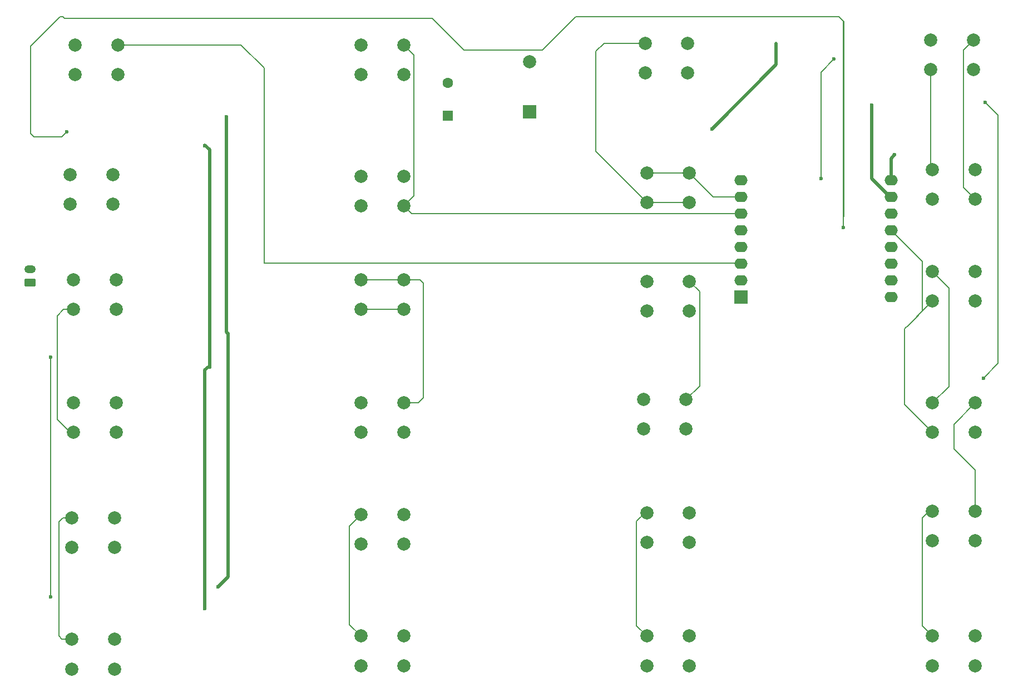
<source format=gbr>
%TF.GenerationSoftware,KiCad,Pcbnew,9.0.3-9.0.3-0~ubuntu24.04.1*%
%TF.CreationDate,2025-09-29T22:24:14+02:00*%
%TF.ProjectId,ColorMemo,436f6c6f-724d-4656-9d6f-2e6b69636164,rev?*%
%TF.SameCoordinates,Original*%
%TF.FileFunction,Copper,L2,Bot*%
%TF.FilePolarity,Positive*%
%FSLAX46Y46*%
G04 Gerber Fmt 4.6, Leading zero omitted, Abs format (unit mm)*
G04 Created by KiCad (PCBNEW 9.0.3-9.0.3-0~ubuntu24.04.1) date 2025-09-29 22:24:14*
%MOMM*%
%LPD*%
G01*
G04 APERTURE LIST*
G04 Aperture macros list*
%AMRoundRect*
0 Rectangle with rounded corners*
0 $1 Rounding radius*
0 $2 $3 $4 $5 $6 $7 $8 $9 X,Y pos of 4 corners*
0 Add a 4 corners polygon primitive as box body*
4,1,4,$2,$3,$4,$5,$6,$7,$8,$9,$2,$3,0*
0 Add four circle primitives for the rounded corners*
1,1,$1+$1,$2,$3*
1,1,$1+$1,$4,$5*
1,1,$1+$1,$6,$7*
1,1,$1+$1,$8,$9*
0 Add four rect primitives between the rounded corners*
20,1,$1+$1,$2,$3,$4,$5,0*
20,1,$1+$1,$4,$5,$6,$7,0*
20,1,$1+$1,$6,$7,$8,$9,0*
20,1,$1+$1,$8,$9,$2,$3,0*%
G04 Aperture macros list end*
%TA.AperFunction,ComponentPad*%
%ADD10RoundRect,0.250000X0.625000X-0.350000X0.625000X0.350000X-0.625000X0.350000X-0.625000X-0.350000X0*%
%TD*%
%TA.AperFunction,ComponentPad*%
%ADD11O,1.750000X1.200000*%
%TD*%
%TA.AperFunction,ComponentPad*%
%ADD12C,2.000000*%
%TD*%
%TA.AperFunction,ComponentPad*%
%ADD13R,2.000000X2.000000*%
%TD*%
%TA.AperFunction,ComponentPad*%
%ADD14O,2.000000X1.600000*%
%TD*%
%TA.AperFunction,ComponentPad*%
%ADD15RoundRect,0.250000X0.550000X-0.550000X0.550000X0.550000X-0.550000X0.550000X-0.550000X-0.550000X0*%
%TD*%
%TA.AperFunction,ComponentPad*%
%ADD16C,1.600000*%
%TD*%
%TA.AperFunction,ViaPad*%
%ADD17C,0.600000*%
%TD*%
%TA.AperFunction,Conductor*%
%ADD18C,0.500000*%
%TD*%
%TA.AperFunction,Conductor*%
%ADD19C,0.200000*%
%TD*%
G04 APERTURE END LIST*
D10*
%TO.P,J1,1,Pin_1*%
%TO.N,VCC*%
X52000000Y-90000000D03*
D11*
%TO.P,J1,2,Pin_2*%
%TO.N,GND*%
X52000000Y-88000000D03*
%TD*%
D12*
%TO.P,SW16,1,1*%
%TO.N,/MUL_COL_3*%
X189350000Y-108300000D03*
X195850000Y-108300000D03*
%TO.P,SW16,2,2*%
%TO.N,/MUL_ROW_1*%
X189350000Y-112800000D03*
X195850000Y-112800000D03*
%TD*%
%TO.P,SW17,1,1*%
%TO.N,/MUL_COL_0*%
X58350000Y-125800000D03*
X64850000Y-125800000D03*
%TO.P,SW17,2,2*%
%TO.N,/MUL_ROW_2*%
X58350000Y-130300000D03*
X64850000Y-130300000D03*
%TD*%
%TO.P,SW11,1,1*%
%TO.N,/MUL_COL_1*%
X102350000Y-89550000D03*
X108850000Y-89550000D03*
%TO.P,SW11,2,2*%
%TO.N,/MUL_ROW_1*%
X102350000Y-94050000D03*
X108850000Y-94050000D03*
%TD*%
%TO.P,SW12,1,1*%
%TO.N,/MUL_COL_1*%
X102350000Y-108300000D03*
X108850000Y-108300000D03*
%TO.P,SW12,2,2*%
%TO.N,/MUL_ROW_1*%
X102350000Y-112800000D03*
X108850000Y-112800000D03*
%TD*%
%TO.P,SW10,1,1*%
%TO.N,/MUL_COL_0*%
X58600000Y-108300000D03*
X65100000Y-108300000D03*
%TO.P,SW10,2,2*%
%TO.N,/MUL_ROW_1*%
X58600000Y-112800000D03*
X65100000Y-112800000D03*
%TD*%
%TO.P,SW3,1,1*%
%TO.N,/MUL_COL_2*%
X145600000Y-53550000D03*
X152100000Y-53550000D03*
%TO.P,SW3,2,2*%
%TO.N,/MUL_ROW_0*%
X145600000Y-58050000D03*
X152100000Y-58050000D03*
%TD*%
%TO.P,SW15,1,1*%
%TO.N,/MUL_COL_3*%
X189350000Y-88300000D03*
X195850000Y-88300000D03*
%TO.P,SW15,2,2*%
%TO.N,/MUL_ROW_1*%
X189350000Y-92800000D03*
X195850000Y-92800000D03*
%TD*%
%TO.P,SW19,1,1*%
%TO.N,/MUL_COL_1*%
X102350000Y-125300000D03*
X108850000Y-125300000D03*
%TO.P,SW19,2,2*%
%TO.N,/MUL_ROW_2*%
X102350000Y-129800000D03*
X108850000Y-129800000D03*
%TD*%
%TO.P,SW13,1,1*%
%TO.N,/MUL_COL_2*%
X145850000Y-89800000D03*
X152350000Y-89800000D03*
%TO.P,SW13,2,2*%
%TO.N,/MUL_ROW_1*%
X145850000Y-94300000D03*
X152350000Y-94300000D03*
%TD*%
%TO.P,SW23,1,1*%
%TO.N,/MUL_COL_3*%
X189350000Y-124800000D03*
X195850000Y-124800000D03*
%TO.P,SW23,2,2*%
%TO.N,/MUL_ROW_2*%
X189350000Y-129300000D03*
X195850000Y-129300000D03*
%TD*%
%TO.P,SW20,1,1*%
%TO.N,/MUL_COL_1*%
X102350000Y-143800000D03*
X108850000Y-143800000D03*
%TO.P,SW20,2,2*%
%TO.N,/MUL_ROW_2*%
X102350000Y-148300000D03*
X108850000Y-148300000D03*
%TD*%
%TO.P,SW22,1,1*%
%TO.N,/MUL_COL_2*%
X145850000Y-143800000D03*
X152350000Y-143800000D03*
%TO.P,SW22,2,2*%
%TO.N,/MUL_ROW_2*%
X145850000Y-148300000D03*
X152350000Y-148300000D03*
%TD*%
%TO.P,SW14,1,1*%
%TO.N,/MUL_COL_2*%
X145350000Y-107800000D03*
X151850000Y-107800000D03*
%TO.P,SW14,2,2*%
%TO.N,/MUL_ROW_1*%
X145350000Y-112300000D03*
X151850000Y-112300000D03*
%TD*%
%TO.P,SW4,1,1*%
%TO.N,/MUL_COL_3*%
X189100000Y-53050000D03*
X195600000Y-53050000D03*
%TO.P,SW4,2,2*%
%TO.N,/MUL_ROW_0*%
X189100000Y-57550000D03*
X195600000Y-57550000D03*
%TD*%
%TO.P,SW9,1,1*%
%TO.N,/MUL_COL_0*%
X58600000Y-89550000D03*
X65100000Y-89550000D03*
%TO.P,SW9,2,2*%
%TO.N,/MUL_ROW_1*%
X58600000Y-94050000D03*
X65100000Y-94050000D03*
%TD*%
%TO.P,SW5,1,1*%
%TO.N,/MUL_COL_0*%
X64600000Y-78050000D03*
X58100000Y-78050000D03*
%TO.P,SW5,2,2*%
%TO.N,/MUL_ROW_0*%
X64600000Y-73550000D03*
X58100000Y-73550000D03*
%TD*%
%TO.P,SW2,1,1*%
%TO.N,/MUL_COL_1*%
X102350000Y-53800000D03*
X108850000Y-53800000D03*
%TO.P,SW2,2,2*%
%TO.N,/MUL_ROW_0*%
X102350000Y-58300000D03*
X108850000Y-58300000D03*
%TD*%
%TO.P,SW24,1,1*%
%TO.N,/MUL_COL_3*%
X189350000Y-143800000D03*
X195850000Y-143800000D03*
%TO.P,SW24,2,2*%
%TO.N,/MUL_ROW_2*%
X189350000Y-148300000D03*
X195850000Y-148300000D03*
%TD*%
%TO.P,SW8,1,1*%
%TO.N,/MUL_COL_3*%
X195850000Y-77300000D03*
X189350000Y-77300000D03*
%TO.P,SW8,2,2*%
%TO.N,/MUL_ROW_0*%
X195850000Y-72800000D03*
X189350000Y-72800000D03*
%TD*%
%TO.P,SW6,1,1*%
%TO.N,/MUL_COL_1*%
X108850000Y-78300000D03*
X102350000Y-78300000D03*
%TO.P,SW6,2,2*%
%TO.N,/MUL_ROW_0*%
X108850000Y-73800000D03*
X102350000Y-73800000D03*
%TD*%
%TO.P,SW21,1,1*%
%TO.N,/MUL_COL_2*%
X145850000Y-125050000D03*
X152350000Y-125050000D03*
%TO.P,SW21,2,2*%
%TO.N,/MUL_ROW_2*%
X145850000Y-129550000D03*
X152350000Y-129550000D03*
%TD*%
%TO.P,SW7,1,1*%
%TO.N,/MUL_COL_2*%
X152350000Y-77800000D03*
X145850000Y-77800000D03*
%TO.P,SW7,2,2*%
%TO.N,/MUL_ROW_0*%
X152350000Y-73300000D03*
X145850000Y-73300000D03*
%TD*%
%TO.P,SW18,1,1*%
%TO.N,/MUL_COL_0*%
X58350000Y-144300000D03*
X64850000Y-144300000D03*
%TO.P,SW18,2,2*%
%TO.N,/MUL_ROW_2*%
X58350000Y-148800000D03*
X64850000Y-148800000D03*
%TD*%
%TO.P,SW1,1,1*%
%TO.N,/MUL_COL_0*%
X58850000Y-53800000D03*
X65350000Y-53800000D03*
%TO.P,SW1,2,2*%
%TO.N,/MUL_ROW_0*%
X58850000Y-58300000D03*
X65350000Y-58300000D03*
%TD*%
D13*
%TO.P,U1,1,~{RST}*%
%TO.N,unconnected-(U1-~{RST}-Pad1)*%
X160155000Y-92190000D03*
D14*
%TO.P,U1,2,A0*%
%TO.N,unconnected-(U1-A0-Pad2)*%
X160155000Y-89650000D03*
%TO.P,U1,3,D0*%
%TO.N,/MUL_COL_0*%
X160155000Y-87110000D03*
%TO.P,U1,4,SCK/D5*%
%TO.N,/MUL_COL_3*%
X160155000Y-84570000D03*
%TO.P,U1,5,MISO/D6*%
%TO.N,/MUL_COL_2*%
X160155000Y-82030000D03*
%TO.P,U1,6,MOSI/D7*%
%TO.N,/MUL_COL_1*%
X160155000Y-79490000D03*
%TO.P,U1,7,CS/D8*%
%TO.N,/MUL_ROW_0*%
X160155000Y-76950000D03*
%TO.P,U1,8,3V3*%
%TO.N,VDD*%
X160155000Y-74410000D03*
%TO.P,U1,9,5V*%
%TO.N,VCC*%
X183015000Y-74410000D03*
%TO.P,U1,10,GND*%
%TO.N,GND*%
X183015000Y-76950000D03*
%TO.P,U1,11,D4*%
%TO.N,/MUL_ROW_2*%
X183015000Y-79490000D03*
%TO.P,U1,12,D3*%
%TO.N,/MUL_ROW_1*%
X183015000Y-82030000D03*
%TO.P,U1,13,SDA/D2*%
%TO.N,Net-(U1-SDA{slash}D2)*%
X183015000Y-84570000D03*
%TO.P,U1,14,SCL/D1*%
%TO.N,Net-(U1-SCL{slash}D1)*%
X183015000Y-87110000D03*
%TO.P,U1,15,RX*%
%TO.N,unconnected-(U1-RX-Pad15)*%
X183015000Y-89650000D03*
%TO.P,U1,16,TX*%
%TO.N,unconnected-(U1-TX-Pad16)*%
X183015000Y-92190000D03*
%TD*%
D13*
%TO.P,BZ1,1,+*%
%TO.N,VCC*%
X128000000Y-64000000D03*
D12*
%TO.P,BZ1,2,-*%
%TO.N,Net-(BZ1--)*%
X128000000Y-56400000D03*
%TD*%
D15*
%TO.P,C13,1*%
%TO.N,VCC*%
X115600000Y-64600000D03*
D16*
%TO.P,C13,2*%
%TO.N,GND*%
X115600000Y-59600000D03*
%TD*%
D17*
%TO.N,VCC*%
X78600000Y-69151000D03*
X155750000Y-66600000D03*
X78600000Y-139600000D03*
X79350000Y-102850000D03*
X183600000Y-70550000D03*
%TO.N,Net-(D1-DIN)*%
X175800000Y-81600000D03*
X57600000Y-67050000D03*
%TO.N,GND*%
X81850000Y-64800000D03*
X180100000Y-62999000D03*
X80600000Y-136300000D03*
X82100000Y-97800000D03*
%TO.N,Net-(D4-DOUT)*%
X197350000Y-62550000D03*
X197100000Y-104550000D03*
%TO.N,Net-(D8-DOUT)*%
X55100000Y-137800000D03*
X55100000Y-101300000D03*
%TO.N,Net-(Q1-G)*%
X172350000Y-74200000D03*
X174350000Y-56000000D03*
%TD*%
D18*
%TO.N,VCC*%
X78600000Y-103300000D02*
X79050000Y-102850000D01*
X78600000Y-139600000D02*
X78600000Y-103300000D01*
X79350000Y-102850000D02*
X79350000Y-69800000D01*
X183015000Y-71135000D02*
X183600000Y-70550000D01*
X155750000Y-66600000D02*
X165550000Y-56800000D01*
X183015000Y-74410000D02*
X183015000Y-71135000D01*
X78600000Y-69050000D02*
X78600000Y-69151000D01*
X79350000Y-69800000D02*
X78600000Y-69050000D01*
X79050000Y-102850000D02*
X79350000Y-102850000D01*
X165550000Y-56800000D02*
X165550000Y-53600000D01*
D19*
%TO.N,Net-(D1-DIN)*%
X56600000Y-49550000D02*
X52100000Y-54050000D01*
X175800000Y-50350000D02*
X175850000Y-50300000D01*
X175100000Y-49550000D02*
X135050000Y-49550000D01*
X118000000Y-54600000D02*
X113200000Y-49800000D01*
X52100000Y-54050000D02*
X52100000Y-67300000D01*
X56950000Y-49550000D02*
X56600000Y-49550000D01*
X135050000Y-49550000D02*
X130000000Y-54600000D01*
X130000000Y-54600000D02*
X118000000Y-54600000D01*
X113200000Y-49800000D02*
X57200000Y-49800000D01*
X56850000Y-67800000D02*
X57600000Y-67050000D01*
X52600000Y-67800000D02*
X56850000Y-67800000D01*
X175850000Y-50300000D02*
X175100000Y-49550000D01*
X175850000Y-79945000D02*
X175850000Y-50300000D01*
X52100000Y-67300000D02*
X52600000Y-67800000D01*
X175800000Y-81600000D02*
X175800000Y-50350000D01*
X57200000Y-49800000D02*
X56950000Y-49550000D01*
D18*
%TO.N,GND*%
X82100000Y-134800000D02*
X82100000Y-97800000D01*
X81850000Y-64800000D02*
X81850000Y-97550000D01*
X182850000Y-76950000D02*
X180100000Y-74200000D01*
X183015000Y-76950000D02*
X182850000Y-76950000D01*
X180100000Y-74200000D02*
X180100000Y-63050000D01*
X81850000Y-97550000D02*
X82100000Y-97800000D01*
X80600000Y-136300000D02*
X82100000Y-134800000D01*
D19*
%TO.N,Net-(D4-DOUT)*%
X197350000Y-62550000D02*
X199350000Y-64550000D01*
X197100000Y-104550000D02*
X199350000Y-102300000D01*
X199350000Y-102300000D02*
X199350000Y-64550000D01*
%TO.N,/MUL_ROW_1*%
X183015000Y-82030000D02*
X187799000Y-86814000D01*
X187799000Y-94351000D02*
X185725000Y-96425000D01*
X102350000Y-94050000D02*
X108850000Y-94050000D01*
X189350000Y-112800000D02*
X185100000Y-108550000D01*
X58100000Y-112800000D02*
X56100000Y-110800000D01*
X58600000Y-112800000D02*
X58100000Y-112800000D01*
X185100000Y-108550000D02*
X185100000Y-97050000D01*
X185725000Y-96425000D02*
X189350000Y-92800000D01*
X56100000Y-110800000D02*
X56100000Y-95050000D01*
X187799000Y-86814000D02*
X187799000Y-94351000D01*
X185100000Y-97050000D02*
X185725000Y-96425000D01*
X56100000Y-95050000D02*
X57100000Y-94050000D01*
X57100000Y-94050000D02*
X58600000Y-94050000D01*
%TO.N,/MUL_COL_1*%
X111850000Y-90050000D02*
X111850000Y-107550000D01*
X110401000Y-76749000D02*
X108850000Y-78300000D01*
X160155000Y-79490000D02*
X110040000Y-79490000D01*
X110040000Y-79490000D02*
X108850000Y-78300000D01*
X110401000Y-55351000D02*
X110401000Y-76749000D01*
X102350000Y-89550000D02*
X108850000Y-89550000D01*
X111350000Y-89550000D02*
X111850000Y-90050000D01*
X111100000Y-108300000D02*
X108850000Y-108300000D01*
X102350000Y-143800000D02*
X100600000Y-142050000D01*
X100600000Y-142050000D02*
X100600000Y-127050000D01*
X108850000Y-53800000D02*
X110401000Y-55351000D01*
X111850000Y-107550000D02*
X111100000Y-108300000D01*
X108850000Y-89550000D02*
X111350000Y-89550000D01*
X100600000Y-127050000D02*
X102350000Y-125300000D01*
%TO.N,/MUL_COL_2*%
X145850000Y-77800000D02*
X152350000Y-77800000D01*
X145850000Y-77800000D02*
X138100000Y-70050000D01*
X144299000Y-126351000D02*
X145850000Y-124800000D01*
X153901000Y-91351000D02*
X153901000Y-105749000D01*
X144299000Y-142249000D02*
X144299000Y-126351000D01*
X138100000Y-70050000D02*
X138100000Y-54800000D01*
X152350000Y-89800000D02*
X153901000Y-91351000D01*
X139350000Y-53550000D02*
X145600000Y-53550000D01*
X138100000Y-54800000D02*
X139350000Y-53550000D01*
X153901000Y-105749000D02*
X151850000Y-107800000D01*
X145850000Y-143800000D02*
X144299000Y-142249000D01*
%TO.N,/MUL_COL_0*%
X84100000Y-53800000D02*
X87600000Y-57300000D01*
X160095000Y-87050000D02*
X160155000Y-87110000D01*
X65350000Y-53800000D02*
X84100000Y-53800000D01*
X58350000Y-144300000D02*
X56850000Y-144300000D01*
X56350000Y-143800000D02*
X56350000Y-126400000D01*
X56350000Y-126400000D02*
X56950000Y-125800000D01*
X56850000Y-144300000D02*
X56350000Y-143800000D01*
X87600000Y-87050000D02*
X160095000Y-87050000D01*
X87600000Y-57300000D02*
X87600000Y-87050000D01*
X56950000Y-125800000D02*
X58350000Y-125800000D01*
%TO.N,/MUL_COL_3*%
X195850000Y-124300000D02*
X195850000Y-118550000D01*
X191850000Y-105800000D02*
X191850000Y-90800000D01*
X187799000Y-125851000D02*
X189350000Y-124300000D01*
X192600000Y-111550000D02*
X195850000Y-108300000D01*
X195850000Y-118550000D02*
X192600000Y-115300000D01*
X187799000Y-142249000D02*
X187799000Y-125851000D01*
X195850000Y-77300000D02*
X194049000Y-75499000D01*
X194049000Y-75499000D02*
X194049000Y-54601000D01*
X191850000Y-90800000D02*
X189350000Y-88300000D01*
X189350000Y-108300000D02*
X191850000Y-105800000D01*
X192600000Y-115300000D02*
X192600000Y-111550000D01*
X189350000Y-143800000D02*
X187799000Y-142249000D01*
X194049000Y-54601000D02*
X195600000Y-53050000D01*
%TO.N,/MUL_ROW_0*%
X156000000Y-76950000D02*
X152350000Y-73300000D01*
X152350000Y-73300000D02*
X145850000Y-73300000D01*
X189100000Y-72550000D02*
X189100000Y-57550000D01*
X160155000Y-76950000D02*
X156000000Y-76950000D01*
X189350000Y-72800000D02*
X189100000Y-72550000D01*
%TO.N,Net-(D8-DOUT)*%
X55100000Y-101300000D02*
X55100000Y-137800000D01*
%TO.N,Net-(Q1-G)*%
X172350000Y-58000000D02*
X174350000Y-56000000D01*
X172350000Y-74200000D02*
X172350000Y-58000000D01*
%TD*%
M02*

</source>
